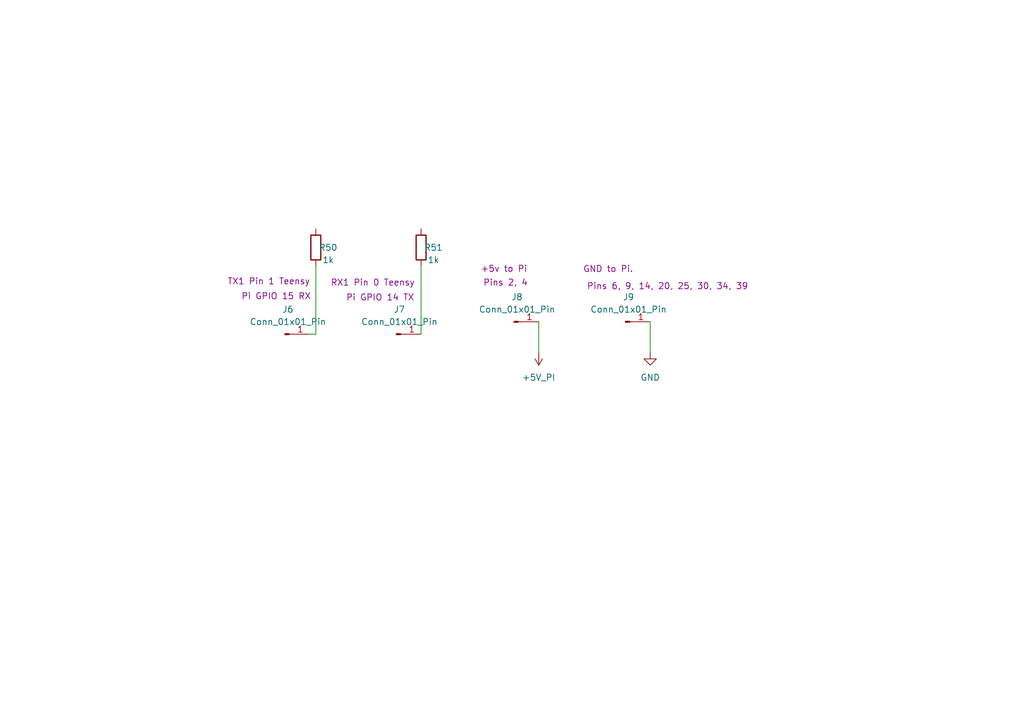
<source format=kicad_sch>
(kicad_sch (version 20250114) (generator "eeschema") (generator_version "9.0")
  (paper "A5")
  (title_block (title "Comms"))
  (lib_symbols
    (symbol "Connector:Conn_01x01_Pin" (pin_names (offset 1.016) (hide yes))
      (property "Reference" "J" (at 0 2.54 0))
      (property "Value" "Conn_01x01_Pin" (at 0 -2.54 0))
      (symbol "Conn_01x01_Pin_1_1"
        (rectangle (start 0.8636 0.127) (end 0 -0.127) (stroke (width 0.1524)) (fill (type outline)))
        (polyline (pts (xy 1.27 0) (xy 0.8636 0)) (stroke (width 0.1524)))
        (pin passive line (at 5.08 0 180) (length 3.81) (name "Pin_1") (number "1"))
      )
    )
    (symbol "Device:R" (pin_numbers (hide yes)) (pin_names (offset 0))
      (property "Reference" "R" (at 2.032 0 90))
      (property "Value" "R" (at 0 0 90))
      (symbol "R_0_1"
        (rectangle (start -1.016 -2.54) (end 1.016 2.54) (stroke (width 0.254)))
      )
      (symbol "R_1_1"
        (pin passive line (at 0 3.81 270) (length 1.27) (name "~") (number "1"))
        (pin passive line (at 0 -3.81 90) (length 1.27) (name "~") (number "2"))
      )
    )
    (symbol "power:+5V" (power) (pin_numbers (hide yes)) (pin_names (offset 0) (hide yes))
      (property "Value" "+5V" (at 0 3.556 0))
      (symbol "+5V_0_1"
        (polyline (pts (xy -0.762 1.27) (xy 0 2.54)))
        (polyline (pts (xy 0 2.54) (xy 0.762 1.27)))
        (polyline (pts (xy 0 0) (xy 0 2.54)))
      )
      (symbol "+5V_1_1"
        (pin power_in line (at 0 0 90) (length 0) (name "~") (number "1"))
      )
    )
    (symbol "power:GND" (power) (pin_numbers (hide yes)) (pin_names (offset 0) (hide yes))
      (property "Value" "GND" (at 0 -3.81 0))
      (symbol "GND_0_1"
        (polyline (pts (xy 0 0) (xy 0 -1.27) (xy 1.27 -1.27) (xy 0 -2.54) (xy -1.27 -1.27) (xy 0 -1.27)))
      )
      (symbol "GND_1_1"
        (pin power_in line (at 0 0 270) (length 0) (name "~") (number "1"))
      )
    )
  )
  (wire (pts (xy 86.36 54.61) (xy 86.36 68.58)))
  (wire (pts (xy 64.77 68.58) (xy 64.77 54.61)))
  (wire (pts (xy 110.49 66.04) (xy 110.49 72.39)))
  (wire (pts (xy 133.35 66.04) (xy 133.35 72.39)))
  (wire (pts (xy 63.5 68.58) (xy 64.77 68.58)))
  (symbol (lib_id "Connector:Conn_01x01_Pin") (at 105.41 66.04 0) (unit 1)
    (property "Reference" "J8" (at 106.045 60.96 0))
    (property "Value" "Conn_01x01_Pin" (at 106.045 63.5 0))
    (property "Description" "Generic connector, single row, 01x01, script generated" (effects (hide yes)))
    (property "Field5" "+5v to Pi" (at 103.378 55.118 0))
    (property "Field6" "Pins 2, 4" (at 99.06 58.674 0) (effects (justify left bottom)))
  )
  (symbol (lib_id "Connector:Conn_01x01_Pin") (at 58.42 68.58 0) (unit 1)
    (property "Reference" "J6" (at 59.055 63.5 0))
    (property "Value" "Conn_01x01_Pin" (at 59.055 66.04 0))
    (property "Description" "Generic connector, single row, 01x01, script generated" (effects (hide yes)))
    (property "Text 1" "TX1 Pin 1 Teensy" (at 55.118 58.42 0) (effects (justify bottom)))
    (property "Text 2" "Pi GPIO 15 RX" (at 56.642 61.468 0) (effects (justify bottom)))
  )
  (symbol (lib_id "power:+5V") (at 110.49 72.39 180) (unit 1)
    (property "Reference" "#PWR078" (effects (hide yes)))
    (property "Value" "+5V_PI" (at 110.49 77.47 0))
    (property "Description" "Power symbol creates a global label with name \"+5V\"" (effects (hide yes)))
  )
  (symbol (lib_id "power:GND") (at 133.35 72.39 0) (unit 1)
    (property "Reference" "#PWR079" (effects (hide yes)))
    (property "Value" "GND" (at 133.35 77.47 0))
    (property "Description" "Power symbol creates a global label with name \"GND\" , ground" (effects (hide yes)))
  )
  (symbol (lib_id "Device:R") (at 64.77 50.8 0) (unit 1)
    (property "Reference" "R50" (at 67.31 50.8 0))
    (property "Value" "1k" (at 67.31 53.34 0))
  )
  (symbol (lib_id "Device:R") (at 86.36 50.8 0) (unit 1)
    (property "Reference" "R51" (at 88.9 50.8 0))
    (property "Value" "1k" (at 88.9 53.34 0))
  )
  (symbol (lib_id "Connector:Conn_01x01_Pin") (at 128.27 66.04 0) (unit 1)
    (property "Reference" "J9" (at 128.905 60.96 0))
    (property "Value" "Conn_01x01_Pin" (at 128.905 63.5 0))
    (property "Description" "Generic connector, single row, 01x01, script generated" (effects (hide yes)))
    (property "Field5" "GND to Pi. " (at 125.222 55.88 0) (effects (justify bottom)))
    (property "Field6" "Pins 6, 9, 14, 20, 25, 30, 34, 39" (at 136.906 58.674 0))
  )
  (symbol (lib_id "Connector:Conn_01x01_Pin") (at 81.28 68.58 0) (unit 1)
    (property "Reference" "J7" (at 81.915 63.5 0))
    (property "Value" "Conn_01x01_Pin" (at 81.915 66.04 0))
    (property "Description" "Generic connector, single row, 01x01, script generated" (effects (hide yes)))
    (property "Text 1" "RX1 Pin 0 Teensy" (at 76.454 58.674 0) (effects (justify bottom)))
    (property "Text 2" "Pi GPIO 14 TX" (at 77.978 61.722 0) (effects (justify bottom)))
  )
)
</source>
